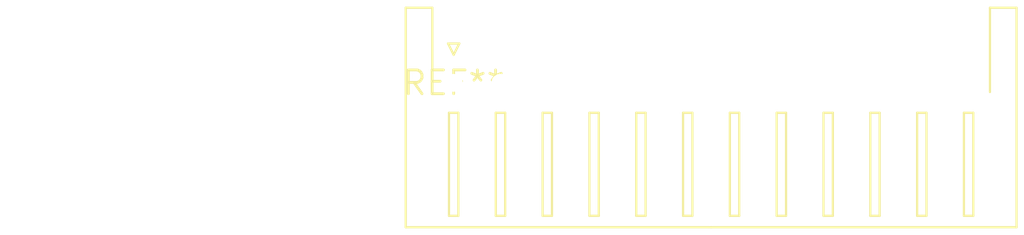
<source format=kicad_pcb>
(kicad_pcb (version 20240108) (generator pcbnew)
  (layers (0 "F.Cu" signal) (31 "B.Cu" signal) (34 "B.Paste" user) (35 "F.Paste" user) (36 "B.SilkS" user "B.Silkscreen") (37 "F.SilkS" user "F.Silkscreen") (38 "B.Mask" user) (39 "F.Mask" user) (44 "Edge.Cuts" user))
  (net 0 "")
  (footprint "JST_XH_S12B-XH-A-1_1x12_P2.50mm_Horizontal" (layer "F.Cu") (at 0 0)
    (property "Reference" "REF**")
    (property "Value" "JST_XH_S12B-XH-A-1_1x12_P2.50mm_Horizontal")
    (fp_line (start -2.56 -4.01) (end -1.14 -4.01) (layer "F.SilkS") (stroke (width 0.12)))
    (fp_line (start -2.56 7.71) (end -2.56 -4.01) (layer "F.SilkS") (stroke (width 0.12)))
    (fp_line (start -1.14 -4.01) (end -1.14 0.49) (layer "F.SilkS") (stroke (width 0.12)))
    (fp_line (start -0.3 -2.1) (end 0.3 -2.1) (layer "F.SilkS") (stroke (width 0.12)))
    (fp_line (start -0.25 1.6) (end -0.25 7.1) (layer "F.SilkS") (stroke (width 0.12)))
    (fp_line (start -0.25 7.1) (end 0.25 7.1) (layer "F.SilkS") (stroke (width 0.12)))
    (fp_line (start 0 -1.5) (end -0.3 -2.1) (layer "F.SilkS") (stroke (width 0.12)))
    (fp_line (start 0.25 1.6) (end -0.25 1.6) (layer "F.SilkS") (stroke (width 0.12)))
    (fp_line (start 0.25 7.1) (end 0.25 1.6) (layer "F.SilkS") (stroke (width 0.12)))
    (fp_line (start 0.3 -2.1) (end 0 -1.5) (layer "F.SilkS") (stroke (width 0.12)))
    (fp_line (start 2.25 1.6) (end 2.25 7.1) (layer "F.SilkS") (stroke (width 0.12)))
    (fp_line (start 2.25 7.1) (end 2.75 7.1) (layer "F.SilkS") (stroke (width 0.12)))
    (fp_line (start 2.75 1.6) (end 2.25 1.6) (layer "F.SilkS") (stroke (width 0.12)))
    (fp_line (start 2.75 7.1) (end 2.75 1.6) (layer "F.SilkS") (stroke (width 0.12)))
    (fp_line (start 4.75 1.6) (end 4.75 7.1) (layer "F.SilkS") (stroke (width 0.12)))
    (fp_line (start 4.75 7.1) (end 5.25 7.1) (layer "F.SilkS") (stroke (width 0.12)))
    (fp_line (start 5.25 1.6) (end 4.75 1.6) (layer "F.SilkS") (stroke (width 0.12)))
    (fp_line (start 5.25 7.1) (end 5.25 1.6) (layer "F.SilkS") (stroke (width 0.12)))
    (fp_line (start 7.25 1.6) (end 7.25 7.1) (layer "F.SilkS") (stroke (width 0.12)))
    (fp_line (start 7.25 7.1) (end 7.75 7.1) (layer "F.SilkS") (stroke (width 0.12)))
    (fp_line (start 7.75 1.6) (end 7.25 1.6) (layer "F.SilkS") (stroke (width 0.12)))
    (fp_line (start 7.75 7.1) (end 7.75 1.6) (layer "F.SilkS") (stroke (width 0.12)))
    (fp_line (start 9.75 1.6) (end 9.75 7.1) (layer "F.SilkS") (stroke (width 0.12)))
    (fp_line (start 9.75 7.1) (end 10.25 7.1) (layer "F.SilkS") (stroke (width 0.12)))
    (fp_line (start 10.25 1.6) (end 9.75 1.6) (layer "F.SilkS") (stroke (width 0.12)))
    (fp_line (start 10.25 7.1) (end 10.25 1.6) (layer "F.SilkS") (stroke (width 0.12)))
    (fp_line (start 12.25 1.6) (end 12.25 7.1) (layer "F.SilkS") (stroke (width 0.12)))
    (fp_line (start 12.25 7.1) (end 12.75 7.1) (layer "F.SilkS") (stroke (width 0.12)))
    (fp_line (start 12.75 1.6) (end 12.25 1.6) (layer "F.SilkS") (stroke (width 0.12)))
    (fp_line (start 12.75 7.1) (end 12.75 1.6) (layer "F.SilkS") (stroke (width 0.12)))
    (fp_line (start 13.75 7.71) (end -2.56 7.71) (layer "F.SilkS") (stroke (width 0.12)))
    (fp_line (start 13.75 7.71) (end 30.06 7.71) (layer "F.SilkS") (stroke (width 0.12)))
    (fp_line (start 14.75 1.6) (end 14.75 7.1) (layer "F.SilkS") (stroke (width 0.12)))
    (fp_line (start 14.75 7.1) (end 15.25 7.1) (layer "F.SilkS") (stroke (width 0.12)))
    (fp_line (start 15.25 1.6) (end 14.75 1.6) (layer "F.SilkS") (stroke (width 0.12)))
    (fp_line (start 15.25 7.1) (end 15.25 1.6) (layer "F.SilkS") (stroke (width 0.12)))
    (fp_line (start 17.25 1.6) (end 17.25 7.1) (layer "F.SilkS") (stroke (width 0.12)))
    (fp_line (start 17.25 7.1) (end 17.75 7.1) (layer "F.SilkS") (stroke (width 0.12)))
    (fp_line (start 17.75 1.6) (end 17.25 1.6) (layer "F.SilkS") (stroke (width 0.12)))
    (fp_line (start 17.75 7.1) (end 17.75 1.6) (layer "F.SilkS") (stroke (width 0.12)))
    (fp_line (start 19.75 1.6) (end 19.75 7.1) (layer "F.SilkS") (stroke (width 0.12)))
    (fp_line (start 19.75 7.1) (end 20.25 7.1) (layer "F.SilkS") (stroke (width 0.12)))
    (fp_line (start 20.25 1.6) (end 19.75 1.6) (layer "F.SilkS") (stroke (width 0.12)))
    (fp_line (start 20.25 7.1) (end 20.25 1.6) (layer "F.SilkS") (stroke (width 0.12)))
    (fp_line (start 22.25 1.6) (end 22.25 7.1) (layer "F.SilkS") (stroke (width 0.12)))
    (fp_line (start 22.25 7.1) (end 22.75 7.1) (layer "F.SilkS") (stroke (width 0.12)))
    (fp_line (start 22.75 1.6) (end 22.25 1.6) (layer "F.SilkS") (stroke (width 0.12)))
    (fp_line (start 22.75 7.1) (end 22.75 1.6) (layer "F.SilkS") (stroke (width 0.12)))
    (fp_line (start 24.75 1.6) (end 24.75 7.1) (layer "F.SilkS") (stroke (width 0.12)))
    (fp_line (start 24.75 7.1) (end 25.25 7.1) (layer "F.SilkS") (stroke (width 0.12)))
    (fp_line (start 25.25 1.6) (end 24.75 1.6) (layer "F.SilkS") (stroke (width 0.12)))
    (fp_line (start 25.25 7.1) (end 25.25 1.6) (layer "F.SilkS") (stroke (width 0.12)))
    (fp_line (start 27.25 1.6) (end 27.25 7.1) (layer "F.SilkS") (stroke (width 0.12)))
    (fp_line (start 27.25 7.1) (end 27.75 7.1) (layer "F.SilkS") (stroke (width 0.12)))
    (fp_line (start 27.75 1.6) (end 27.25 1.6) (layer "F.SilkS") (stroke (width 0.12)))
    (fp_line (start 27.75 7.1) (end 27.75 1.6) (layer "F.SilkS") (stroke (width 0.12)))
    (fp_line (start 28.64 -4.01) (end 28.64 0.49) (layer "F.SilkS") (stroke (width 0.12)))
    (fp_line (start 30.06 -4.01) (end 28.64 -4.01) (layer "F.SilkS") (stroke (width 0.12)))
    (fp_line (start 30.06 7.71) (end 30.06 -4.01) (layer "F.SilkS") (stroke (width 0.12)))
    (pad "1" thru_hole roundrect (at 0 0) (size 1.7 1.95) (drill 0.95) (layers *.Cu *.Mask) (remove_unused_layers) (roundrect_rratio 0.147059))
    (pad "2" thru_hole oval (at 2.5 0) (size 1.7 1.95) (drill 0.95) (layers *.Cu *.Mask) (remove_unused_layers))
    (pad "3" thru_hole oval (at 5 0) (size 1.7 1.95) (drill 0.95) (layers *.Cu *.Mask) (remove_unused_layers))
    (pad "4" thru_hole oval (at 7.5 0) (size 1.7 1.95) (drill 0.95) (layers *.Cu *.Mask) (remove_unused_layers))
    (pad "5" thru_hole oval (at 10 0) (size 1.7 1.95) (drill 0.95) (layers *.Cu *.Mask) (remove_unused_layers))
    (pad "6" thru_hole oval (at 12.5 0) (size 1.7 1.95) (drill 0.95) (layers *.Cu *.Mask) (remove_unused_layers))
    (pad "7" thru_hole oval (at 15 0) (size 1.7 1.95) (drill 0.95) (layers *.Cu *.Mask) (remove_unused_layers))
    (pad "8" thru_hole oval (at 17.5 0) (size 1.7 1.95) (drill 0.95) (layers *.Cu *.Mask) (remove_unused_layers))
    (pad "9" thru_hole oval (at 20 0) (size 1.7 1.95) (drill 0.95) (layers *.Cu *.Mask) (remove_unused_layers))
    (pad "10" thru_hole oval (at 22.5 0) (size 1.7 1.95) (drill 0.95) (layers *.Cu *.Mask) (remove_unused_layers))
    (pad "11" thru_hole oval (at 25 0) (size 1.7 1.95) (drill 0.95) (layers *.Cu *.Mask) (remove_unused_layers))
    (pad "12" thru_hole oval (at 27.5 0) (size 1.7 1.95) (drill 0.95) (layers *.Cu *.Mask) (remove_unused_layers))
  )
)
</source>
